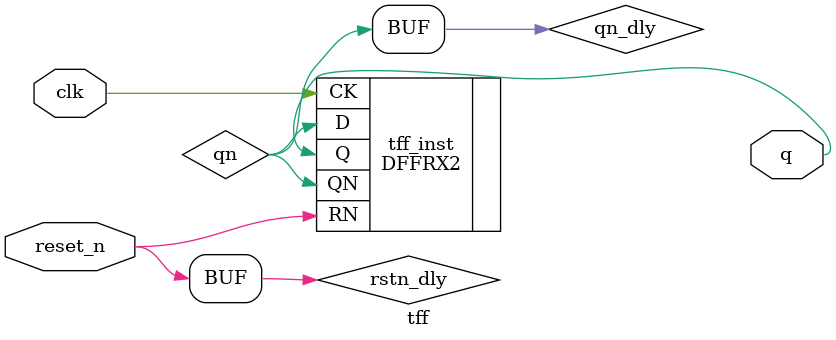
<source format=sv>
`define GATE_IMPL
`timescale 1ns / 10ps

module tff
    (output logic q,  // true output
    input logic clk,          // master clk
    input logic reset_n);     // asynchronous digital reset (active low)

logic qn;

`ifdef GATE_IMPL
logic qn_dly, rstn_dly;
always @(*) qn_dly = #1 qn;
always @(*) rstn_dly = #1 reset_n;
  DFFRX2 tff_inst(
    .Q(q),
    .QN(qn),
    .D(qn_dly),
    .RN(rstn_dly),
    .CK(clk));

`else
  always_ff @(posedge clk or negedge reset_n) 
    if (!reset_n)
        q <= 1'b0;
    else 
        q <= ~q; 
`endif

endmodule   

</source>
